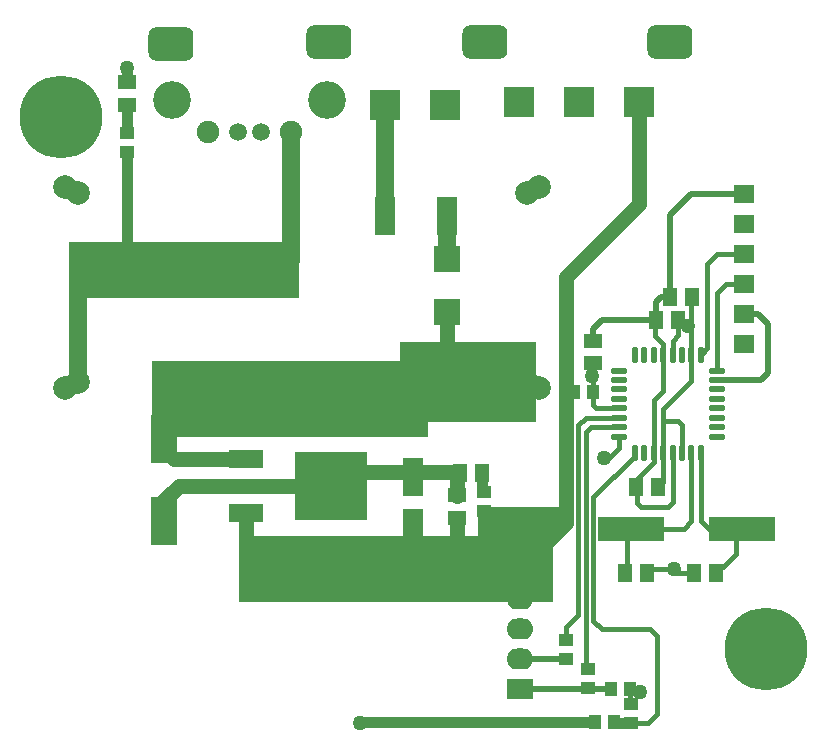
<source format=gtl>
G04 Layer_Physical_Order=1*
G04 Layer_Color=255*
%FSAX25Y25*%
%MOIN*%
G70*
G01*
G75*
%ADD10R,0.05118X0.03937*%
%ADD11R,0.03937X0.05118*%
%ADD12R,0.07087X0.12598*%
%ADD13R,0.05906X0.05118*%
%ADD14R,0.05118X0.05906*%
%ADD15R,0.24410X0.22835*%
%ADD16R,0.11811X0.06299*%
%ADD17R,0.06000X0.06000*%
%ADD18R,0.09055X0.09055*%
%ADD19R,0.07008X0.12598*%
%ADD20R,0.08661X0.16142*%
G04:AMPARAMS|DCode=21|XSize=20mil|YSize=53.15mil|CornerRadius=5mil|HoleSize=0mil|Usage=FLASHONLY|Rotation=90.000|XOffset=0mil|YOffset=0mil|HoleType=Round|Shape=RoundedRectangle|*
%AMROUNDEDRECTD21*
21,1,0.02000,0.04315,0,0,90.0*
21,1,0.01000,0.05315,0,0,90.0*
1,1,0.01000,0.02158,0.00500*
1,1,0.01000,0.02158,-0.00500*
1,1,0.01000,-0.02158,-0.00500*
1,1,0.01000,-0.02158,0.00500*
%
%ADD21ROUNDEDRECTD21*%
G04:AMPARAMS|DCode=22|XSize=20mil|YSize=53.15mil|CornerRadius=5mil|HoleSize=0mil|Usage=FLASHONLY|Rotation=180.000|XOffset=0mil|YOffset=0mil|HoleType=Round|Shape=RoundedRectangle|*
%AMROUNDEDRECTD22*
21,1,0.02000,0.04315,0,0,180.0*
21,1,0.01000,0.05315,0,0,180.0*
1,1,0.01000,-0.00500,0.02158*
1,1,0.01000,0.00500,0.02158*
1,1,0.01000,0.00500,-0.02158*
1,1,0.01000,-0.00500,-0.02158*
%
%ADD22ROUNDEDRECTD22*%
%ADD23R,0.21850X0.08071*%
%ADD24C,0.05000*%
%ADD25C,0.02000*%
%ADD26C,0.01500*%
%ADD27C,0.03500*%
%ADD28C,0.06000*%
%ADD29C,0.03937*%
%ADD30C,0.05906*%
%ADD31R,0.77165X0.18701*%
%ADD32R,0.92224X0.25394*%
%ADD33R,0.24016X0.09843*%
%ADD34R,1.05118X0.21850*%
%ADD35R,0.45177X0.26575*%
G04:AMPARAMS|DCode=36|XSize=150mil|YSize=115mil|CornerRadius=28.75mil|HoleSize=0mil|Usage=FLASHONLY|Rotation=0.000|XOffset=0mil|YOffset=0mil|HoleType=Round|Shape=RoundedRectangle|*
%AMROUNDEDRECTD36*
21,1,0.15000,0.05750,0,0,0.0*
21,1,0.09250,0.11500,0,0,0.0*
1,1,0.05750,0.04625,-0.02875*
1,1,0.05750,-0.04625,-0.02875*
1,1,0.05750,-0.04625,0.02875*
1,1,0.05750,0.04625,0.02875*
%
%ADD36ROUNDEDRECTD36*%
%ADD37C,0.07874*%
%ADD38R,0.07000X0.06000*%
%ADD39C,0.05906*%
%ADD40C,0.12598*%
%ADD41C,0.07500*%
%ADD42R,0.10000X0.10000*%
%ADD43R,0.09000X0.07000*%
%ADD44O,0.09000X0.07000*%
%ADD45C,0.05000*%
%ADD46C,0.27559*%
D10*
X0308417Y0128827D02*
D03*
Y0122528D02*
D03*
X0259398Y0193122D02*
D03*
Y0199421D02*
D03*
X0140205Y0312906D02*
D03*
Y0319205D02*
D03*
X0286465Y0143713D02*
D03*
Y0150012D02*
D03*
X0293949Y0140342D02*
D03*
Y0134043D02*
D03*
D11*
X0296272Y0122689D02*
D03*
X0302571D02*
D03*
X0307862Y0133905D02*
D03*
X0301563D02*
D03*
X0295657Y0232823D02*
D03*
X0289358D02*
D03*
D12*
X0235761Y0187521D02*
D03*
Y0204321D02*
D03*
D13*
X0250161Y0198290D02*
D03*
Y0190809D02*
D03*
X0140209Y0328547D02*
D03*
Y0336028D02*
D03*
X0295618Y0249898D02*
D03*
X0295618Y0242417D02*
D03*
D14*
X0258756Y0205858D02*
D03*
X0251276D02*
D03*
X0321204Y0264577D02*
D03*
X0328684D02*
D03*
X0309890Y0201220D02*
D03*
X0317371D02*
D03*
X0316466Y0256728D02*
D03*
X0323947Y0256728D02*
D03*
X0329243Y0172491D02*
D03*
X0336724D02*
D03*
X0313702Y0172337D02*
D03*
X0306221Y0172337D02*
D03*
D15*
X0208261Y0201349D02*
D03*
D16*
X0179861Y0210328D02*
D03*
X0179961Y0192549D02*
D03*
D17*
X0208361Y0207249D02*
D03*
D18*
X0246987Y0277158D02*
D03*
Y0259442D02*
D03*
D19*
X0226400Y0291500D02*
D03*
X0246990D02*
D03*
D20*
X0152661Y0189784D02*
D03*
Y0216949D02*
D03*
D21*
X0336920Y0217869D02*
D03*
X0336920Y0221019D02*
D03*
Y0224168D02*
D03*
Y0227318D02*
D03*
Y0230467D02*
D03*
Y0233617D02*
D03*
X0336920Y0236767D02*
D03*
X0336920Y0239916D02*
D03*
X0304243D02*
D03*
Y0236767D02*
D03*
X0304243Y0233617D02*
D03*
Y0230467D02*
D03*
Y0227318D02*
D03*
Y0224168D02*
D03*
Y0221019D02*
D03*
X0304243Y0217869D02*
D03*
D22*
X0309558Y0212554D02*
D03*
X0312708D02*
D03*
X0315857D02*
D03*
X0319007D02*
D03*
X0322156Y0212554D02*
D03*
X0325306Y0212554D02*
D03*
X0328456Y0212554D02*
D03*
X0331605Y0212554D02*
D03*
Y0245231D02*
D03*
X0328456Y0245231D02*
D03*
X0325306D02*
D03*
X0322156D02*
D03*
X0319007D02*
D03*
X0315857D02*
D03*
X0312708D02*
D03*
X0309558D02*
D03*
D23*
X0308455Y0187099D02*
D03*
X0345455D02*
D03*
D24*
X0247047Y0234103D02*
X0277484D01*
X0152661Y0216949D02*
Y0228645D01*
Y0213776D02*
Y0216949D01*
X0250261Y0198249D02*
Y0206137D01*
X0213061Y0206149D02*
X0250248D01*
X0208261Y0201349D02*
X0213061Y0206149D01*
X0286529Y0270978D02*
X0310984Y0295432D01*
X0279938Y0182399D02*
X0286529Y0188990D01*
X0310984Y0295432D02*
Y0329298D01*
X0270768Y0164378D02*
Y0182399D01*
X0250248Y0206149D02*
X0250261Y0206137D01*
X0250161Y0182953D02*
Y0190809D01*
X0179961Y0182399D02*
Y0192549D01*
X0156109Y0210328D02*
X0179861D01*
X0152661Y0213776D02*
X0156109Y0210328D01*
X0246987Y0234162D02*
X0247047Y0234103D01*
X0158118D02*
X0247047D01*
X0246987Y0234162D02*
Y0259442D01*
X0152661Y0228645D02*
X0158118Y0234103D01*
X0152720Y0196609D02*
X0157461Y0201349D01*
X0201061D01*
X0208261D01*
X0270768Y0164378D02*
X0271421Y0163724D01*
X0270768Y0182399D02*
X0279938D01*
X0179961D02*
X0270768D01*
X0286529Y0188990D02*
Y0270978D01*
D25*
X0271100Y0152854D02*
X0271887Y0153641D01*
X0295618Y0253787D02*
X0298559Y0256728D01*
X0316466D01*
X0271421Y0133724D02*
X0301378D01*
X0271421Y0143724D02*
X0286453D01*
X0286465Y0143713D01*
X0328129Y0298700D02*
X0346051D01*
X0321204Y0291775D02*
X0328129Y0298700D01*
X0321204Y0264577D02*
Y0291775D01*
X0336920Y0236767D02*
X0351629D01*
X0354035Y0239173D01*
Y0255315D01*
X0350650Y0258700D02*
X0354035Y0255315D01*
X0346051Y0258700D02*
X0350650D01*
X0273193Y0133724D02*
X0273524Y0134055D01*
X0271421Y0133724D02*
X0273193D01*
X0271358Y0133661D02*
X0271421Y0133724D01*
X0316466Y0256728D02*
Y0262711D01*
X0318333Y0264577D01*
X0321204D01*
X0295618Y0248520D02*
Y0249898D01*
Y0253787D01*
D26*
X0304243Y0214086D02*
Y0217869D01*
X0301083Y0210925D02*
X0304243Y0214086D01*
X0308417Y0122528D02*
X0313965D01*
X0317028Y0125591D01*
Y0151378D01*
X0314665Y0153740D02*
X0317028Y0151378D01*
X0298622Y0153740D02*
X0314665D01*
X0295779Y0156583D02*
X0298622Y0153740D01*
X0295779Y0156583D02*
Y0197748D01*
X0309558Y0211526D01*
Y0212554D01*
X0290779Y0158595D02*
Y0221609D01*
X0293280Y0140284D02*
Y0219301D01*
Y0140284D02*
X0293800Y0139764D01*
X0286465Y0154279D02*
X0290779Y0158595D01*
Y0221609D02*
X0293339Y0224168D01*
X0293280Y0219301D02*
X0294998Y0221019D01*
X0293339Y0224168D02*
X0304243D01*
X0294998Y0221019D02*
X0304243D01*
X0307862Y0129382D02*
X0308417Y0128827D01*
X0307862Y0129382D02*
Y0133905D01*
X0295618Y0228299D02*
X0296600Y0227318D01*
X0304243D01*
X0286465Y0150012D02*
Y0154279D01*
X0339861Y0268700D02*
X0346051D01*
X0336920Y0265759D02*
X0339861Y0268700D01*
X0336920Y0239916D02*
Y0265759D01*
X0337066Y0278700D02*
X0346051D01*
X0333760Y0275394D02*
X0337066Y0278700D01*
X0333760Y0247386D02*
Y0275394D01*
X0331605Y0245231D02*
X0333760Y0247386D01*
X0313702Y0172337D02*
X0315101Y0173737D01*
X0322516D01*
X0323762Y0172491D01*
X0329243D01*
X0327998Y0173737D02*
X0329243Y0172491D01*
X0339008Y0174360D02*
X0343264Y0178616D01*
Y0186483D01*
X0328456Y0264348D02*
X0328456Y0256486D01*
X0323947Y0256728D02*
X0324189Y0256486D01*
X0322156Y0249874D02*
X0323947Y0251665D01*
X0322156Y0245231D02*
X0322156Y0249874D01*
X0319007Y0245231D02*
Y0248711D01*
X0316323Y0251395D02*
X0319007Y0248711D01*
X0316323Y0251395D02*
Y0255172D01*
X0319007Y0233092D02*
X0319007Y0245231D01*
X0315857Y0212554D02*
Y0229943D01*
X0319007Y0233092D01*
X0311514Y0194543D02*
X0320707D01*
X0322156Y0195993D01*
X0322156Y0212554D02*
X0322156Y0195993D01*
X0328456Y0189706D02*
Y0212554D01*
X0325849Y0187099D02*
X0328456Y0189706D01*
X0306880Y0187099D02*
X0325849Y0187099D01*
X0334232Y0187099D02*
X0343880Y0187099D01*
X0331605Y0189726D02*
X0334232Y0187099D01*
X0331605Y0212554D02*
X0331605Y0189726D01*
X0309961Y0202705D02*
Y0203455D01*
X0315857Y0209351D01*
X0317371Y0201220D02*
X0319007Y0202856D01*
X0325306Y0212554D02*
Y0221764D01*
X0323889Y0223181D02*
X0325306Y0221764D01*
X0319007Y0223181D02*
X0323889Y0223181D01*
X0319007Y0223181D02*
Y0227067D01*
Y0223181D02*
X0319007Y0212554D01*
X0315857Y0209351D02*
Y0212554D01*
X0319007Y0202856D02*
X0319007Y0212554D01*
X0319007Y0227067D02*
X0328456Y0236516D01*
X0328456Y0245231D01*
X0310312Y0195745D02*
X0311514Y0194543D01*
X0310312Y0195745D02*
Y0200798D01*
X0309890Y0201220D02*
X0310312Y0200798D01*
X0343264Y0186483D02*
X0343880Y0187099D01*
X0306880Y0172484D02*
Y0187099D01*
X0295618Y0228299D02*
Y0232823D01*
Y0241039D01*
X0299114Y0210925D02*
X0299213D01*
X0301083D01*
X0324189Y0256486D02*
X0327165Y0256486D01*
X0323947Y0251665D02*
Y0256728D01*
X0327165Y0256486D02*
X0328456D01*
Y0245231D02*
Y0256486D01*
D27*
X0217665Y0122689D02*
X0296272D01*
X0302571D02*
X0302732Y0122528D01*
X0308417D01*
X0140157Y0336079D02*
X0140209Y0336028D01*
X0140157Y0336079D02*
Y0340748D01*
X0140205Y0319205D02*
X0140209Y0319209D01*
Y0328547D01*
X0140205Y0279772D02*
Y0312906D01*
X0258756Y0200063D02*
X0259398Y0199421D01*
X0258756Y0200063D02*
Y0205858D01*
D28*
X0194946Y0276343D02*
Y0319569D01*
X0189370Y0270768D02*
X0194946Y0276343D01*
X0126378Y0270768D02*
X0189370D01*
X0123984Y0268374D02*
X0126378Y0270768D01*
X0123984Y0236103D02*
Y0268374D01*
X0226360Y0291500D02*
Y0328511D01*
D29*
X0259398Y0182450D02*
Y0193122D01*
D30*
X0246990Y0277158D02*
Y0291500D01*
D31*
X0159449Y0273425D02*
D03*
D32*
X0194636Y0230413D02*
D03*
D33*
X0272835Y0189469D02*
D03*
D34*
X0229921Y0173917D02*
D03*
D35*
X0253888Y0236024D02*
D03*
D36*
X0155020Y0348622D02*
D03*
X0207776Y0349410D02*
D03*
X0259744Y0349409D02*
D03*
X0321358D02*
D03*
D37*
X0123984Y0299102D02*
D03*
X0273484D02*
D03*
X0123984Y0236103D02*
D03*
X0273484D02*
D03*
X0277484Y0234103D02*
D03*
X0119484D02*
D03*
X0277484Y0301102D02*
D03*
X0119484D02*
D03*
D38*
X0346051Y0248700D02*
D03*
Y0258700D02*
D03*
Y0268700D02*
D03*
Y0278700D02*
D03*
Y0288700D02*
D03*
Y0298700D02*
D03*
D39*
X0177229Y0319569D02*
D03*
X0185103D02*
D03*
D40*
X0155300Y0330239D02*
D03*
X0207032D02*
D03*
D41*
X0167387Y0319569D02*
D03*
X0194946D02*
D03*
D42*
X0226318Y0328511D02*
D03*
X0246318D02*
D03*
X0270984Y0329298D02*
D03*
X0290984D02*
D03*
X0310984D02*
D03*
D43*
X0271421Y0133724D02*
D03*
D44*
Y0143724D02*
D03*
Y0153724D02*
D03*
Y0163724D02*
D03*
D45*
X0327165Y0254921D02*
D03*
X0299213Y0210925D02*
D03*
X0217815Y0122539D02*
D03*
X0311417Y0132776D02*
D03*
X0140157Y0340748D02*
D03*
X0295374Y0237992D02*
D03*
X0322516Y0173737D02*
D03*
X0215861Y0201349D02*
D03*
Y0208349D02*
D03*
X0201161D02*
D03*
X0207961D02*
D03*
X0201061Y0201349D02*
D03*
X0208461D02*
D03*
X0201161Y0194349D02*
D03*
X0208361D02*
D03*
X0215861D02*
D03*
D46*
X0118307Y0324410D02*
D03*
X0353386Y0147244D02*
D03*
M02*

</source>
